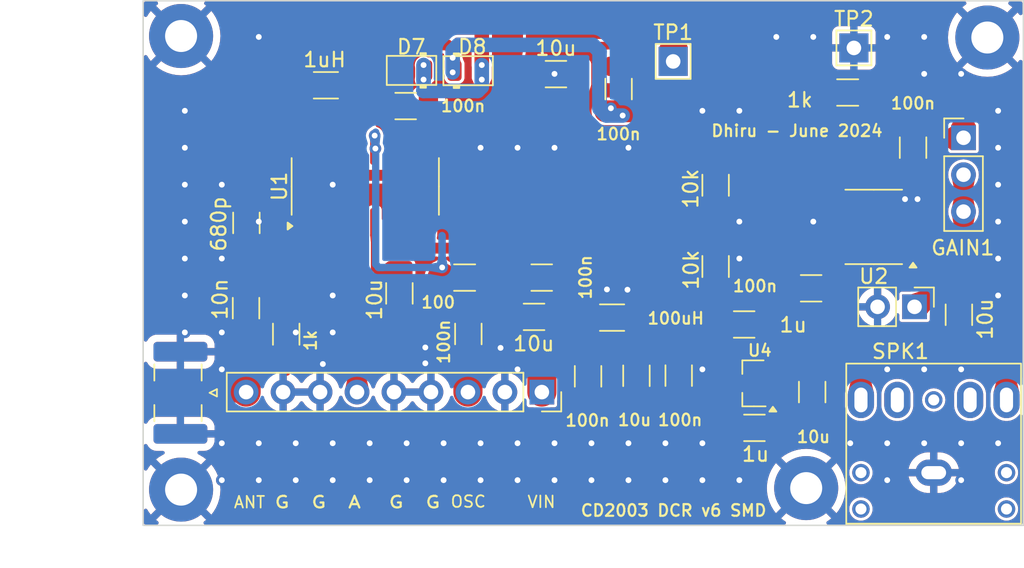
<source format=kicad_pcb>
(kicad_pcb (version 20241010) (generator "pcbnew") (generator_version "8.99")
  (layers (0 "F.Cu" signal) (2 "B.Cu" signal) (13 "F.Paste" user) (15 "B.Paste" user) (5 "F.SilkS" user) (7 "B.SilkS" user) (1 "F.Mask" user) (3 "B.Mask" user) (25 "Edge.Cuts" user) (39 "User.1" signal) (41 "User.2" signal) (43 "User.3" signal) (45 "User.4" signal) (47 "User.5" signal) (49 "User.6" signal) (51 "User.7" signal) (53 "User.8" signal) (55 "User.9" signal))
  (net 0 "")
  (net 1 "RX_OSC")
  (net 2 "+5V")
  (net 3 "Net-(U1-FM{slash}AM_SW)")
  (net 4 "Net-(D7-K)")
  (net 8 "GND")
  (net 10 "Net-(U1-AM_OSC)")
  (net 12 "RX_AUDIO")
  (net 13 "Net-(C11-Pad1)")
  (net 14 "Net-(C1-Pad2)")
  (net 15 "Net-(U2A-+)")
  (net 16 "Net-(U2A--)")
  (net 17 "+3.3V")
  (net 18 "Net-(U2B--)")
  (net 19 "5VCLEAN")
  (net 20 "Net-(J1-In)")
  (net 21 "Net-(J2-Pin_1)")
  (net 24 "Net-(U1-AGC)")
  (net 25 "Net-(C14-Pad2)")
  (net 26 "Net-(R1-Pad2)")
  (footprint "TestPoint:TestPoint_THTPad_2.0x2.0mm_Drill1.0mm" (layer "F.Cu") (at 81.46 47.64)
    (property "Reference" "TP1" (at 0 -1.998 0) (layer "F.SilkS"))
    (property "Value" "Debug_Audio" (hide yes))
    (pad "1" thru_hole rect (at 0 0) (size 2 2) (drill 1) (layers "*.Cu" "*.Mask") (net 14 "Net-(C1-Pad2)"))
  )
  (footprint "PCM_Diode_SMD_AKL:D_0805_2012Metric" (layer "F.Cu") (at 67.3725 48.278)
    (property "Reference" "D8" (at 0.2875 -1.638 0) (layer "F.SilkS"))
    (property "Value" "CD4148WS" (hide yes))
    (pad "1" smd roundrect (at -0.9375 0) (size 0.975 1.4) (layers "F.Cu" "F.Mask" "F.Paste") (net 19 "5VCLEAN"))
    (pad "2" smd roundrect (at 0.9375 0) (size 0.975 1.4) (layers "F.Cu" "F.Mask" "F.Paste") (net 4 "Net-(D7-K)"))
  )
  (footprint "Capacitor_SMD:C_1206_3216Metric_Pad1.33x1.80mm_HandSolder" (layer "F.Cu") (at 75.612 69.2955 -90)
    (property "Reference" "C5" (hide yes))
    (property "Value" "100n" (at 3.0345 0.032 180) (layer "F.SilkS") (effects (font (size 0.8 0.8))))
    (pad "1" smd roundrect (at -1.5625 0 270) (size 1.325 1.8) (layers "F.Cu" "F.Mask" "F.Paste") (roundrect_rratio 0.1886792453) (net 2 "+5V"))
    (pad "2" smd roundrect (at 1.5625 0 270) (size 1.325 1.8) (layers "F.Cu" "F.Mask" "F.Paste") (roundrect_rratio 0.1886792453) (net 8 "GND"))
  )
  (footprint "Connector_PinHeader_2.54mm:PinHeader_1x02_P2.54mm_Vertical" (layer "F.Cu") (at 98.044 64.516 -90)
    (property "Reference" "J2" (hide yes))
    (property "Value" "Conn_01x02" (hide yes))
    (pad "1" thru_hole rect (at 0 0 270) (size 1.7 1.7) (drill 1) (layers "*.Cu" "*.Mask") (net 21 "Net-(J2-Pin_1)"))
    (pad "2" thru_hole oval (at 0 2.54 270) (size 1.7 1.7) (drill 1) (layers "*.Cu" "*.Mask") (net 8 "GND"))
  )
  (footprint "Capacitor_SMD:C_1206_3216Metric_Pad1.33x1.80mm_HandSolder" (layer "F.Cu") (at 77.71 49.54 90)
    (property "Reference" "C8" (hide yes))
    (property "Value" "100n" (at -3.1 0 180) (layer "F.SilkS") (effects (font (size 0.8 0.8))))
    (pad "1" smd roundrect (at -1.5625 0 90) (size 1.325 1.8) (layers "F.Cu" "F.Mask" "F.Paste") (roundrect_rratio 0.1886792453) (net 19 "5VCLEAN"))
    (pad "2" smd roundrect (at 1.5625 0 90) (size 1.325 1.8) (layers "F.Cu" "F.Mask" "F.Paste") (roundrect_rratio 0.1886792453) (net 8 "GND"))
  )
  (footprint "Capacitor_SMD:C_1206_3216Metric_Pad1.33x1.80mm_HandSolder" (layer "F.Cu") (at 63.08 50.71 180)
    (property "Reference" "C10" (hide yes))
    (property "Value" "100n" (at -3.95 0 180) (layer "F.SilkS") (effects (font (size 0.8 0.8))))
    (pad "1" smd roundrect (at -1.5625 0 180) (size 1.325 1.8) (layers "F.Cu" "F.Mask" "F.Paste") (roundrect_rratio 0.1886792453) (net 8 "GND"))
    (pad "2" smd roundrect (at 1.5625 0 180) (size 1.325 1.8) (layers "F.Cu" "F.Mask" "F.Paste") (roundrect_rratio 0.1886792453) (net 3 "Net-(U1-FM{slash}AM_SW)"))
  )
  (footprint "Inductor_SMD:L_1206_3216Metric_Pad1.22x1.90mm_HandSolder" (layer "F.Cu") (at 57.6 49.28)
    (property "Reference" "L1" (hide yes))
    (property "Value" "1uH" (at -0.092 -1.758 0) (layer "F.SilkS"))
    (pad "1" smd roundrect (at -1.6625 0) (size 1.225 1.9) (layers "F.Cu" "F.Mask" "F.Paste") (roundrect_rratio 0.2040816327) (net 4 "Net-(D7-K)"))
    (pad "2" smd roundrect (at 1.6625 0) (size 1.225 1.9) (layers "F.Cu" "F.Mask" "F.Paste") (roundrect_rratio 0.2040816327) (net 19 "5VCLEAN"))
  )
  (footprint "Capacitor_SMD:C_1206_3216Metric_Pad1.33x1.80mm_HandSolder" (layer "F.Cu") (at 52.137 58.7455 90)
    (property "Reference" "C11" (hide yes))
    (property "Value" "680p" (at -0.0745 -1.897 90) (layer "F.SilkS"))
    (pad "1" smd roundrect (at -1.5625 0 90) (size 1.325 1.8) (layers "F.Cu" "F.Mask" "F.Paste") (roundrect_rratio 0.1886792453) (net 13 "Net-(C11-Pad1)"))
    (pad "2" smd roundrect (at 1.5625 0 90) (size 1.325 1.8) (layers "F.Cu" "F.Mask" "F.Paste") (roundrect_rratio 0.1886792453) (net 4 "Net-(D7-K)"))
  )
  (footprint "Capacitor_SMD:C_1206_3216Metric_Pad1.33x1.80mm_HandSolder" (layer "F.Cu") (at 71.8995 65.208 180)
    (property "Reference" "C6" (hide yes))
    (property "Value" "10u" (at 0.0175 -1.848 0) (layer "F.SilkS"))
    (pad "1" smd roundrect (at -1.5625 0 180) (size 1.325 1.8) (layers "F.Cu" "F.Mask" "F.Paste") (roundrect_rratio 0.1886792453) (net 2 "+5V"))
    (pad "2" smd roundrect (at 1.5625 0 180) (size 1.325 1.8) (layers "F.Cu" "F.Mask" "F.Paste") (roundrect_rratio 0.1886792453) (net 8 "GND"))
  )
  (footprint "Resistor_SMD:R_1206_3216Metric_Pad1.30x1.75mm_HandSolder" (layer "F.Cu") (at 67.13 62.506)
    (property "Reference" "R14" (hide yes))
    (property "Value" "100" (at -1.81 1.704 0) (layer "F.SilkS") (effects (font (size 0.8 0.8))))
    (pad "1" smd roundrect (at -1.55 0) (size 1.3 1.75) (layers "F.Cu" "F.Mask" "F.Paste") (roundrect_rratio 0.1923076923) (net 10 "Net-(U1-AM_OSC)"))
    (pad "2" smd roundrect (at 1.55 0) (size 1.3 1.75) (layers "F.Cu" "F.Mask" "F.Paste") (roundrect_rratio 0.1923076923) (net 19 "5VCLEAN"))
  )
  (footprint "Capacitor_SMD:C_1206_3216Metric_Pad1.33x1.80mm_HandSolder" (layer "F.Cu") (at 72.4285 62.506 180)
    (property "Reference" "C9" (hide yes))
    (property "Value" "100n" (at -3.0095 0.022 90) (layer "F.SilkS") (effects (font (size 0.8 0.8))))
    (pad "1" smd roundrect (at -1.5625 0 180) (size 1.325 1.8) (layers "F.Cu" "F.Mask" "F.Paste") (roundrect_rratio 0.1886792453) (net 19 "5VCLEAN"))
    (pad "2" smd roundrect (at 1.5625 0 180) (size 1.325 1.8) (layers "F.Cu" "F.Mask" "F.Paste") (roundrect_rratio 0.1886792453) (net 8 "GND"))
  )
  (footprint "MountingHole:MountingHole_2.2mm_M2_Pad" (layer "F.Cu") (at 90.6 76.984 180)
    (property "Reference" "H2" (hide yes))
    (property "Value" "MountingHole_Pad" (hide yes))
    (pad "1" thru_hole circle (at 0 0 180) (size 4.4 4.4) (drill 2.2) (layers "*.Cu" "*.Mask") (net 8 "GND"))
  )
  (footprint "MountingHole:MountingHole_2.2mm_M2_Pad" (layer "F.Cu") (at 47.649274 77.087274)
    (property "Reference" "H4" (hide yes))
    (property "Value" "MountingHole_Pad" (hide yes))
    (pad "1" thru_hole circle (at 0 0) (size 4.4 4.4) (drill 2.2) (layers "*.Cu" "*.Mask") (net 8 "GND"))
  )
  (footprint "Capacitor_SMD:C_1206_3216Metric_Pad1.33x1.80mm_HandSolder" (layer "F.Cu") (at 78.937 69.258 -90)
    (property "Reference" "C3" (hide yes))
    (property "Value" "10u" (at 3.04 0.127 180) (layer "F.SilkS") (effects (font (size 0.8 0.8))))
    (pad "1" smd roundrect (at -1.5625 0 270) (size 1.325 1.8) (layers "F.Cu" "F.Mask" "F.Paste") (roundrect_rratio 0.1886792453) (net 19 "5VCLEAN"))
    (pad "2" smd roundrect (at 1.5625 0 270) (size 1.325 1.8) (layers "F.Cu" "F.Mask" "F.Paste") (roundrect_rratio 0.1886792453) (net 8 "GND"))
  )
  (footprint "MountingHole:MountingHole_2.2mm_M2_Pad" (layer "F.Cu") (at 47.649274 45.892726 180)
    (property "Reference" "H1" (hide yes))
    (property "Value" "MountingHole_Pad" (hide yes))
    (pad "1" thru_hole circle (at 0 0 180) (size 4.4 4.4) (drill 2.2) (layers "*.Cu" "*.Mask") (net 8 "GND"))
  )
  (footprint "Capacitor_SMD:C_1206_3216Metric_Pad1.33x1.80mm_HandSolder" (layer "F.Cu") (at 86.3375 65.73 180)
    (property "Reference" "C19" (hide yes))
    (property "Value" "1u" (at -3.3725 -0.03 180) (layer "F.SilkS"))
    (pad "1" smd roundrect (at -1.5625 0 180) (size 1.325 1.8) (layers "F.Cu" "F.Mask" "F.Paste") (roundrect_rratio 0.188679) (net 17 "+3.3V"))
    (pad "2" smd roundrect (at 1.5625 0 180) (size 1.325 1.8) (layers "F.Cu" "F.Mask" "F.Paste") (roundrect_rratio 0.188679) (net 8 "GND"))
  )
  (footprint "Inductor_SMD:L_1206_3216Metric_Pad1.22x1.90mm_HandSolder" (layer "F.Cu") (at 77.262 65.258)
    (property "Reference" "L2" (hide yes))
    (property "Value" "100uH" (at 4.378 0.052 180) (layer "F.SilkS") (effects (font (size 0.8 0.8))))
    (pad "1" smd roundrect (at -1.6625 0) (size 1.225 1.9) (layers "F.Cu" "F.Mask" "F.Paste") (roundrect_rratio 0.2040816327) (net 2 "+5V"))
    (pad "2" smd roundrect (at 1.6625 0) (size 1.225 1.9) (layers "F.Cu" "F.Mask" "F.Paste") (roundrect_rratio 0.2040816327) (net 19 "5VCLEAN"))
  )
  (footprint "footprints:PinSocket_1x09_P2.54mm_Vertical_Custom" (layer "F.Cu") (at 72.438 70.38 -90)
    (property "Reference" "JP1" (hide yes))
    (property "Value" "Pin Header" (hide yes))
    (pad "1" thru_hole rect (at 0 0 270) (size 1.7 1.7) (drill 1) (layers "*.Cu" "*.Mask") (net 2 "+5V"))
    (pad "2" thru_hole oval (at 0 2.54 270) (size 1.7 1.7) (drill 1) (layers "*.Cu" "*.Mask") (net 8 "GND"))
    (pad "3" thru_hole oval (at 0 5.08 270) (size 1.7 1.7) (drill 1) (layers "*.Cu" "*.Mask") (net 1 "RX_OSC"))
    (pad "4" thru_hole oval (at 0 7.62 270) (size 1.7 1.7) (drill 1) (layers "*.Cu" "*.Mask") (net 8 "GND"))
    (pad "5" thru_hole oval (at 0 10.16 270) (size 1.7 1.7) (drill 1) (layers "*.Cu" "*.Mask") (net 8 "GND"))
    (pad "6" thru_hole oval (at 0 12.7 270) (size 1.7 1.7) (drill 1) (layers "*.Cu" "*.Mask") (net 12 "RX_AUDIO"))
    (pad "7" thru_hole oval (at 0 15.24 270) (size 1.7 1.7) (drill 1) (layers "*.Cu" "*.Mask") (net 8 "GND"))
    (pad "8" thru_hole oval (at 0 17.78 270) (size 1.7 1.7) (drill 1) (layers "*.Cu" "*.Mask") (net 8 "GND"))
    (pad "9" thru_hole oval (at 0 20.32 270) (size 1.7 1.7) (drill 1) (layers "*.Cu" "*.Mask") (net 20 "Net-(J1-In)"))
  )
  (footprint "Capacitor_SMD:C_1206_3216Metric_Pad1.33x1.80mm_HandSolder" (layer "F.Cu") (at 90.9395 63.243)
    (property "Reference" "C12" (hide yes))
    (property "Value" "100n" (at -3.8495 -0.153 180) (layer "F.SilkS") (effects (font (size 0.8 0.8))))
    (pad "1" smd roundrect (at -1.5625 0) (size 1.325 1.8) (layers "F.Cu" "F.Mask" "F.Paste") (roundrect_rratio 0.1886792453) (net 17 "+3.3V"))
    (pad "2" smd roundrect (at 1.5625 0) (size 1.325 1.8) (layers "F.Cu" "F.Mask" "F.Paste") (roundrect_rratio 0.1886792453) (net 8 "GND"))
  )
  (footprint "Capacitor_SMD:C_1206_3216Metric_Pad1.33x1.80mm_HandSolder" (layer "F.Cu") (at 97.942 53.57 90)
    (property "Reference" "C2" (hide yes))
    (property "Value" "100n" (at 3.048 0 180) (layer "F.SilkS") (effects (font (size 0.8 0.8))))
    (pad "1" smd roundrect (at -1.5625 0 90) (size 1.325 1.8) (layers "F.Cu" "F.Mask" "F.Paste") (roundrect_rratio 0.1886792453) (net 15 "Net-(U2A-+)"))
    (pad "2" smd roundrect (at 1.5625 0 90) (size 1.325 1.8) (layers "F.Cu" "F.Mask" "F.Paste") (roundrect_rratio 0.1886792453) (net 8 "GND"))
  )
  (footprint "Capacitor_SMD:C_1206_3216Metric_Pad1.33x1.80mm_HandSolder" (layer "F.Cu") (at 91.012 70.378 -90)
    (property "Reference" "C13" (hide yes))
    (property "Value" "10u" (at 3.082 -0.088 180) (layer "F.SilkS") (effects (font (size 0.8 0.8))))
    (pad "1" smd roundrect (at -1.5625 0 270) (size 1.325 1.8) (layers "F.Cu" "F.Mask" "F.Paste") (roundrect_rratio 0.1886792453) (net 17 "+3.3V"))
    (pad "2" smd roundrect (at 1.5625 0 270) (size 1.325 1.8) (layers "F.Cu" "F.Mask" "F.Paste") (roundrect_rratio 0.1886792453) (net 8 "GND"))
  )
  (footprint "TestPoint:TestPoint_THTPad_2.0x2.0mm_Drill1.0mm" (layer "F.Cu") (at 93.878 46.712)
    (property "Reference" "TP2" (at 0 -1.998 0) (layer "F.SilkS"))
    (property "Value" "GND" (hide yes))
    (pad "1" thru_hole rect (at 0 0) (size 2 2) (drill 1) (layers "*.Cu" "*.Mask") (net 8 "GND"))
  )
  (footprint "Capacitor_SMD:C_1206_3216Metric_Pad1.33x1.80mm_HandSolder" (layer "F.Cu") (at 52.112 64.608 -90)
    (property "Reference" "C17" (hide yes))
    (property "Value" "10n" (at -0.618 1.782 90) (layer "F.SilkS"))
    (pad "1" smd roundrect (at -1.5625 0 270) (size 1.325 1.8) (layers "F.Cu" "F.Mask" "F.Paste") (roundrect_rratio 0.1886792453) (net 13 "Net-(C11-Pad1)"))
    (pad "2" smd roundrect (at 1.5625 0 270) (size 1.325 1.8) (layers "F.Cu" "F.Mask" "F.Paste") (roundrect_rratio 0.1886792453) (net 20 "Net-(J1-In)"))
  )
  (footprint "Capacitor_SMD:C_1206_3216Metric_Pad1.33x1.80mm_HandSolder" (layer "F.Cu") (at 67.387 66.383 -90)
    (property "Reference" "C21" (hide yes))
    (property "Value" "100n" (at 0.537 1.687 90) (layer "F.SilkS") (effects (font (size 0.8 0.8))))
    (pad "1" smd roundrect (at -1.5625 0 270) (size 1.325 1.8) (layers "F.Cu" "F.Mask" "F.Paste") (roundrect_rratio 0.1886792453) (net 10 "Net-(U1-AM_OSC)"))
    (pad "2" smd roundrect (at 1.5625 0 270) (size 1.325 1.8) (layers "F.Cu" "F.Mask" "F.Paste") (roundrect_rratio 0.1886792453) (net 1 "RX_OSC"))
  )
  (footprint "Capacitor_SMD:C_1206_3216Metric_Pad1.33x1.80mm_HandSolder" (layer "F.Cu") (at 62.65 63.5925 -90)
    (property "Reference" "C16" (hide yes))
    (property "Value" "10u" (at 0.4275 1.71 90) (layer "F.SilkS"))
    (pad "1" smd roundrect (at -1.5625 0 270) (size 1.325 1.8) (layers "F.Cu" "F.Mask" "F.Paste") (roundrect_rratio 0.1886792453) (net 24 "Net-(U1-AGC)"))
    (pad "2" smd roundrect (at 1.5625 0 270) (size 1.325 1.8) (layers "F.Cu" "F.Mask" "F.Paste") (roundrect_rratio 0.1886792453) (net 8 "GND"))
  )
  (footprint "Connector_PinHeader_2.54mm:PinHeader_1x03_P2.54mm_Vertical" (layer "F.Cu") (at 101.41 52.89)
    (property "Reference" "GAIN1" (at -0.05 7.57 0) (layer "F.SilkS"))
    (property "Value" "100k")
    (pad "1" thru_hole rect (at 0 0) (size 1.7 1.7) (drill 1) (layers "*.Cu" "*.Mask") (net 16 "Net-(U2A--)"))
    (pad "2" thru_hole oval (at 0 2.54) (size 1.7 1.7) (drill 1) (layers "*.Cu" "*.Mask") (net 21 "Net-(J2-Pin_1)"))
    (pad "3" thru_hole oval (at 0 5.08) (size 1.7 1.7) (drill 1) (layers "*.Cu" "*.Mask") (net 21 "Net-(J2-Pin_1)"))
  )
  (footprint "Resistor_SMD:R_1206_3216Metric_Pad1.30x1.75mm_HandSolder" (layer "F.Cu") (at 54.872 66.398 -90)
    (property "Reference" "R13" (hide yes))
    (property "Value" "1k" (at 0.432 -1.678 90) (layer "F.SilkS") (effects (font (size 0.8 0.8))))
    (pad "1" smd roundrect (at -1.55 0 270) (size 1.3 1.75) (layers "F.Cu" "F.Mask" "F.Paste") (roundrect_rratio 0.1923076923) (net 13 "Net-(C11-Pad1)"))
    (pad "2" smd roundrect (at 1.55 0 270) (size 1.3 1.75) (layers "F.Cu" "F.Mask" "F.Paste") (roundrect_rratio 0.1923076923) (net 8 "GND"))
  )
  (footprint "Resistor_SMD:R_1206_3216Metric_Pad1.30x1.75mm_HandSolder" (layer "F.Cu") (at 84.376 61.744 90)
    (property "Reference" "R1" (hide yes))
    (property "Value" "10k" (at -0.226 -1.676 90) (layer "F.SilkS"))
    (pad "1" smd roundrect (at -1.55 0 90) (size 1.3 1.75) (layers "F.Cu" "F.Mask" "F.Paste") (roundrect_rratio 0.1923076923) (net 17 "+3.3V"))
    (pad "2" smd roundrect (at 1.55 0 90) (size 1.3 1.75) (layers "F.Cu" "F.Mask" "F.Paste") (roundrect_rratio 0.1923076923) (net 26 "Net-(R1-Pad2)"))
  )
  (footprint "Resistor_SMD:R_1206_3216Metric_Pad1.30x1.75mm_HandSolder" (layer "F.Cu") (at 93.45 49.778 180)
    (property "Reference" "Rin1" (hide yes))
    (property "Value" "1k" (at 3.29 -0.512 0) (layer "F.SilkS"))
    (pad "1" smd roundrect (at -1.55 0 180) (size 1.3 1.75) (layers "F.Cu" "F.Mask" "F.Paste") (roundrect_rratio 0.1923076923) (net 16 "Net-(U2A--)"))
    (pad "2" smd roundrect (at 1.55 0 180) (size 1.3 1.75) (layers "F.Cu" "F.Mask" "F.Paste") (roundrect_rratio 0.1923076923) (net 14 "Net-(C1-Pad2)"))
  )
  (footprint "Connector_Coaxial:SMA_Samtec_SMA-J-P-H-ST-EM1_EdgeMount" (layer "F.Cu") (at 47.352 70.428 180)
    (property "Reference" "J1" (hide yes))
    (property "Value" "SMA Edge Mount" (hide yes))
    (pad "1" smd roundrect (at 0 0 270) (size 1.27 3.2) (layers "F.Cu" "F.Mask") (roundrect_rratio 0.1968503937) (net 20 "Net-(J1-In)"))
    (pad "2" smd roundrect (at -0.25 -2.825 270) (size 1.35 3.7) (layers "F.Cu" "F.Mask") (roundrect_rratio 0.1851851852) (net 8 "GND"))
    (pad "2" smd roundrect (at -0.25 -2.825 270) (size 1.35 3.7) (layers "B.Cu" "B.Mask") (roundrect_rratio 0.1851851852) (net 8 "GND"))
    (pad "2" smd roundrect (at -0.25 2.825 270) (size 1.35 3.7) (layers "F.Cu" "F.Mask") (roundrect_rratio 0.1851851852) (net 8 "GND"))
    (pad "2" smd roundrect (at -0.25 2.825 270) (size 1.35 3.7) (layers "B.Cu" "B.Mask") (roundrect_rratio 0.1851851852) (net 8 "GND"))
  )
  (footprint "MountingHole:MountingHole_2.2mm_M2_Pad" (layer "F.Cu") (at 103.046 45.996)
    (property "Reference" "H3" (hide yes))
    (property "Value" "MountingHole_Pad" (hide yes))
    (pad "1" thru_hole circle (at 0 0) (size 4.4 4.4) (drill 2.2) (layers "*.Cu" "*.Mask") (net 8 "GND"))
  )
  (footprint "Capacitor_SMD:C_1206_3216Metric_Pad1.33x1.80mm_HandSolder" (layer "F.Cu") (at 73.406 48.514 180)
    (property "Reference" "C1" (hide yes))
    (property "Value" "10u" (at 0 1.778 0) (layer "F.SilkS"))
    (pad "1" smd roundrect (at -1.5625 0 180) (size 1.325 1.8) (layers "F.Cu" "F.Mask" "F.Paste") (roundrect_rratio 0.1886792453) (net 12 "RX_AUDIO"))
    (pad "2" smd roundrect (at 1.5625 0 180) (size 1.325 1.8) (layers "F.Cu" "F.Mask" "F.Paste") (roundrect_rratio 0.1886792453) (net 14 "Net-(C1-Pad2)"))
  )
  (footprint "Resistor_SMD:R_1206_3216Metric_Pad1.30x1.75mm_HandSolder" (layer "F.Cu") (at 84.376 56.156 90)
    (property "Reference" "R2" (hide yes))
    (property "Value" "10k" (at -0.234 -1.706 90) (layer "F.SilkS"))
    (pad "1" smd roundrect (at -1.55 0 90) (size 1.3 1.75) (layers "F.Cu" "F.Mask" "F.Paste") (roundrect_rratio 0.1923076923) (net 26 "Net-(R1-Pad2)"))
    (pad "2" smd roundrect (at 1.55 0 90) (size 1.3 1.75) (layers "F.Cu" "F.Mask" "F.Paste") (roundrect_rratio 0.1923076923) (net 8 "GND"))
  )
  (footprint "Package_TO_SOT_SMD:SOT-23_Handsoldering" (layer "F.Cu") (at 86.97 69.78 180)
    (property "Reference" "U4" (at -0.44 2.26 180) (layer "F.SilkS") (effects (font (size 0.8 0.8) (thickness 0.15) (bold yes))))
    (property "Value" "XC6206P332MR (662K)" (hide yes))
    (pad "1" smd roundrect (at -1.5 -0.95 180) (size 1.9 0.8) (layers "F.Cu" "F.Mask" "F.Paste") (net 8 "GND"))
    (pad "2" smd roundrect (at -1.5 0.95 180) (size 1.9 0.8) (layers "F.Cu" "F.Mask" "F.Paste") (net 17 "+3.3V"))
    (pad "3" smd roundrect (at 1.5 0 180) (size 1.9 0.8) (layers "F.Cu" "F.Mask" "F.Paste") (net 19 "5VCLEAN"))
  )
  (footprint "PCM_Diode_SMD_AKL:D_0805_2012Metric" (layer "F.Cu") (at 63.482 48.258 180)
    (property "Reference" "D7" (at 0.022 1.618 180) (layer "F.SilkS"))
    (property "Value" "CD4148WS" (hide yes))
    (pad "1" smd roundrect (at -0.9375 0 180) (size 0.975 1.4) (layers "F.Cu" "F.Mask" "F.Paste") (net 4 "Net-(D7-K)"))
    (pad "2" smd roundrect (at 0.9375 0 180) (size 0.975 1.4) (layers "F.Cu" "F.Mask" "F.Paste") (net 19 "5VCLEAN"))
  )
  (footprint "Capacitor_SMD:C_1206_3216Metric_Pad1.33x1.80mm_HandSolder" (layer "F.Cu") (at 87.0425 72.84)
    (property "Reference" "C18" (hide yes))
    (property "Value" "1u" (at 0.0775 1.81 180) (layer "F.SilkS"))
    (pad "1" smd roundrect (at -1.5625 0) (size 1.325 1.8) (layers "F.Cu" "F.Mask" "F.Paste") (roundrect_rratio 0.188679) (net 19 "5VCLEAN"))
    (pad "2" smd roundrect (at 1.5625 0) (size 1.325 1.8) (layers "F.Cu" "F.Mask" "F.Paste") (roundrect_rratio 0.188679) (net 8 "GND"))
  )
  (footprint "Capacitor_SMD:C_1206_3216Metric_Pad1.33x1.80mm_HandSolder" (layer "F.Cu") (at 81.84 69.2475 -90)
    (property "Reference" "C4" (hide yes))
    (property "Value" "100n" (at 3.052 -0.103 180) (layer "F.SilkS") (effects (font (size 0.8 0.8))))
    (pad "1" smd roundrect (at -1.5625 0 270) (size 1.325 1.8) (layers "F.Cu" "F.Mask" "F.Paste") (roundrect_rratio 0.1886792453) (net 19 "5VCLEAN"))
    (pad "2" smd roundrect (at 1.5625 0 270) (size 1.325 1.8) (layers "F.Cu" "F.Mask" "F.Paste") (roundrect_rratio 0.1886792453) (net 8 "GND"))
  )
  (footprint "Capacitor_SMD:C_1206_3216Metric_Pad1.33x1.80mm_HandSolder" (layer "F.Cu") (at 101.092 65.0625 -90)
    (property "Reference" "C14" (hide yes))
    (property "Value" "10u" (at 0.2975 -1.808 90) (layer "F.SilkS"))
    (pad "1" smd roundrect (at -1.5625 0 270) (size 1.325 1.8) (layers "F.Cu" "F.Mask" "F.Paste") (roundrect_rratio 0.1886792453) (net 21 "Net-(J2-Pin_1)"))
    (pad "2" smd roundrect (at 1.5625 0 270) (size 1.325 1.8) (layers "F.Cu" "F.Mask" "F.Paste") (roundrect_rratio 0.1886792453) (net 25 "Net-(C14-Pad2)"))
  )
  (footprint "Package_SO:SOP-16_3.9x9.9mm_P1.27mm" (layer "F.Cu") (at 60.305 56.2375 90)
    (property "Reference" "U1" (at 0 -5.9 90) (layer "F.SilkS"))
    (property "Value" "CD2003GB_GP")
    (pad "1" smd roundrect (at -2.5 -4.445 90) (size 2 0.6) (layers "F.Cu" "F.Mask" "F.Paste") (net 8 "GND"))
    (pad "2" smd roundrect (at -2.5 -3.175 90) (size 2 0.6) (layers "F.Cu" "F.Mask" "F.Paste") (net 8 "GND"))
    (pad "3" smd roundrect (at -2.5 -1.905 90) (size 2 0.6) (layers "F.Cu" "F.Mask" "F.Paste"))
    (pad "4" smd roundrect (at -2.5 -0.635 90) (size 2 0.6) (layers "F.Cu" "F.Mask" "F.Paste") (net 12 "RX_AUDIO"))
    (pad "5" smd roundrect (at -2.5 0.635 90) (size 2 0.6) (layers "F.Cu" "F.Mask" "F.Paste") (net 24 "Net-(U1-AGC)"))
    (pad "6" smd roundrect (at -2.5 1.905 90) (size 2 0.6) (layers "F.Cu" "F.Mask" "F.Paste") (net 19 "5VCLEAN"))
    (pad "7" smd roundrect (at -2.5 3.175 90) (size 2 0.6) (layers "F.Cu" "F.Mask" "F.Paste") (net 19 "5VCLEAN"))
    (pad "8" smd roundrect (at -2.5 4.445 90) (size 2 0.6) (layers "F.Cu" "F.Mask" "F.Paste"))
    (pad "9" smd roundrect (at 2.5 4.445 90) (size 2 0.6) (layers "F.Cu" "F.Mask" "F.Paste") (net 8 "GND"))
    (pad "10" smd roundrect (at 2.5 3.175 90) (size 2 0.6) (layers "F.Cu" "F.Mask" "F.Paste"))
    (pad "11" smd roundrect (at 2.5 1.905 90) (size 2 0.6) (layers "F.Cu" "F.Mask" "F.Paste"))
    (pad "12" smd roundrect (at 2.5 0.635 90) (size 2 0.6) (layers "F.Cu" "F.Mask" "F.Paste") (net 10 "Net-(U1-AM_OSC)"))
    (pad "13" smd roundrect (at 2.5 -0.635 90) (size 2 0.6) (layers "F.Cu" "F.Mask" "F.Paste"))
    (pad "14" smd roundrect (at 2.5 -1.905 90) (size 2 0.6) (layers "F.Cu" "F.Mask" "F.Paste") (net 3 "Net-(U1-FM{slash}AM_SW)"))
    (pad "15" smd roundrect (at 2.5 -3.175 90) (size 2 0.6) (layers "F.Cu" "F.Mask" "F.Paste") (net 19 "5VCLEAN"))
    (pad "16" smd roundrect (at 2.5 -4.445 90) (size 2 0.6) (layers "F.Cu" "F.Mask" "F.Paste") (net 4 "Net-(D7-K)"))
  )
  (footprint "footprints:PJ-307_Modded" (layer "F.Cu") (at 99.362 72.92 90)
    (property "Reference" "SPK1" (at 5.334 -2.286 180) (layer "F.SilkS"))
    (property "Value" "SPEAKER")
    (pad "" np_thru_hole circle (at -5.5 -5 90) (size 1.2 1.2) (drill 0.762) (layers "*.Cu" "*.Mask"))
    (pad "" np_thru_hole circle (at -5.5 5 90) (size 1.2 1.2) (drill 0.762) (layers "*.Cu" "*.Mask"))
    (pad "" np_thru_hole circle (at -3 -5 90) (size 1.2 1.2) (drill 0.762) (layers "*.Cu" "*.Mask"))
    (pad "" np_thru_hole circle (at -3 5 90) (size 1.2 1.2) (drill 0.762) (layers "*.Cu" "*.Mask"))
    (pad "" np_thru_hole circle (at 2 0 90) (size 1.2 1.2) (drill 0.762) (layers "*.Cu" "*.Mask"))
    (pad "R" thru_hole oval (at 2 -5 90) (size 2.5 1.8) (drill oval 1.7 0.9) (layers "*.Cu" "*.Mask") (net 25 "Net-(C14-Pad2)"))
    (pad "RN" thru_hole oval (at 2 -2.5 90) (size 2.5 1.8) (drill oval 1.7 0.9) (layers "*.Cu" "*.Mask"))
    (pad "S" thru_hole oval (at -3 0 180) (size 2.5 1.8) (drill oval 1.7 0.9) (layers "*.Cu" "*.Mask") (net 8 "GND"))
    (pad "T" thru_hole oval (at 2 5 90) (size 2.5 1.8) (drill oval 1.7 0.9) (layers "*.Cu" "*.Mask") (net 25 "Net-(C14-Pad2)"))
    (pad "TN" thru_hole oval (at 2 2.5 90) (size 2.5 1.8) (drill oval 1.7 0.9) (layers "*.Cu" "*.Mask"))
  )
  (footprint "Package_SO:SO-8_3.9x4.9mm_P1.27mm" (layer "F.Cu") (at 95.24 59.02 180)
    (property "Reference" "U2" (at 0 -3.4 180) (layer "F.SilkS"))
    (property "Value" "TS922ID")
    (pad "1" smd roundrect (at -2.575 -1.905 180) (size 1.75 0.6) (layers "F.Cu" "F.Mask" "F.Paste") (net 21 "Net-(J2-Pin_1)"))
    (pad "2" smd roundrect (at -2.575 -0.635 180) (size 1.75 0.6) (layers "F.Cu" "F.Mask" "F.Paste") (net 16 "Net-(U2A--)"))
    (pad "3" smd roundrect (at -2.575 0.635 180) (size 1.75 0.6) (layers "F.Cu" "F.Mask" "F.Paste") (net 15 "Net-(U2A-+)"))
    (pad "4" smd roundrect (at -2.575 1.905 180) (size 1.75 0.6) (layers "F.Cu" "F.Mask" "F.Paste") (net 8 "GND"))
    (pad "5" smd roundrect (at 2.575 1.905 180) (size 1.75 0.6) (layers "F.Cu" "F.Mask" "F.Paste") (net 15 "Net-(U2A-+)"))
    (pad "6" smd roundrect (at 2.575 0.635 180) (size 1.75 0.6) (layers "F.Cu" "F.Mask" "F.Paste") (net 18 "Net-(U2B--)"))
    (pad "7" smd roundrect (at 2.575 -0.635 180) (size 1.75 0.6) (layers "F.Cu" "F.Mask" "F.Paste") (net 18 "Net-(U2B--)"))
    (pad "8" smd roundrect (at 2.575 -1.905 180) (size 1.75 0.6) (layers "F.Cu" "F.Mask" "F.Paste") (net 17 "+3.3V"))
  )
  (gr_rect (start 45.042 43.466) (end 105.524 79.546) (stroke (width 0.1)) (fill none) (layer "Edge.Cuts"))
  (gr_text "G  G  A" (at 53.99 78.42 0) (layer "F.SilkS") (effects (font (size 0.8 1)) (justify left bottom)))
  (gr_text "OSC" (at 67.38 77.91 0) (layer "F.SilkS") (effects (font (size 0.8 0.8) (thickness 0.12))))
  (gr_text "CD2003 DCR v6 SMD" (at 75.03 78.99 0) (layer "F.SilkS") (effects (font (size 0.8 0.8)) (justify left bottom)))
  (gr_text "ANT" (at 52.352 77.956 0) (layer "F.SilkS") (effects (font (size 0.8 0.8) (thickness 0.12))))
  (gr_text "Dhiru - June 2024" (at 84 52.88 0) (layer "F.SilkS") (effects (font (size 0.8 0.8)) (justify left bottom)))
  (gr_text "G  G" (at 61.83 78.42 0) (layer "F.SilkS") (effects (font (size 0.8 1)) (justify left bottom)))
  (gr_text "VIN" (at 72.41 77.93 0) (layer "F.SilkS") (effects (font (size 0.8 0.8) (thickness 0.12))))
  (segment (start 67.358 70.38) (end 67.358 67.9745) (width 2) (layer "F.Cu") (net 1))
  (segment (start 75.612 67.733) (end 75.612 65.2705) (width 2) (layer "F.Cu") (net 2))
  (segment (start 72.438 70.38) (end 72.438 67.908) (width 2) (layer "F.Cu") (net 2))
  (segment (start 72.613 67.733) (end 72.438 67.908) (width 2) (layer "F.Cu") (net 2))
  (segment (start 75.612 67.733) (end 72.613 67.733) (width 2) (layer "F.Cu") (net 2))
  (segment (start 75.612 65.2705) (end 75.5995 65.258) (width 2) (layer "F.Cu") (net 2))
  (segment (start 75.5995 65.258) (end 73.512 65.258) (width 2) (layer "F.Cu") (net 2))
  (segment (start 58.47 51.76) (end 60.4675 51.76) (width 0.25) (layer "F.Cu") (net 3))
  (segment (start 58.4 51.83) (end 58.47 51.76) (width 0.25) (layer "F.Cu") (net 3))
  (segment (start 58.4 53.15) (end 58.4 51.83) (width 0.25) (layer "F.Cu") (net 3))
  (segment (start 60.4675 51.76) (end 61.5175 50.71) (width 0.25) (layer "F.Cu") (net 3))
  (segment (start 55.9375 49.28) (end 55.9375 45.7025) (width 1) (layer "F.Cu") (net 4))
  (segment (start 52.137 53.9505) (end 52.35 53.7375) (width 1) (layer "F.Cu") (net 4))
  (segment (start 55.86 53.15) (end 55.86 49.3575) (width 0.75) (layer "F.Cu") (net 4))
  (segment (start 56.336 45.304) (end 68.274 45.304) (width 1) (layer "F.Cu") (net 4))
  (segment (start 68.274 45.304) (end 68.31 45.34) (width 1) (layer "F.Cu") (net 4))
  (segment (start 52.137 57.183) (end 52.137 53.9505) (width 1) (layer "F.Cu") (net 4))
  (segment (start 68.31 45.34) (end 68.31 47.89) (width 1) (layer "F.Cu") (net 4))
  (segment (start 55.86 53.7375) (end 52.35 53.7375) (width 1) (layer "F.Cu") (net 4))
  (segment (start 55.9375 45.7025) (end 56.336 45.304) (width 1) (layer "F.Cu") (net 4))
  (via (at 68.31 48.89) (size 0.8) (drill 0.4) (layers "F.Cu" "B.Cu") (net 4))
  (via (at 64.31 48.89) (size 0.8) (drill 0.4) (layers "F.Cu" "B.Cu") (net 4))
  (via (at 64.31 47.89) (size 0.8) (drill 0.4) (layers "F.Cu" "B.Cu") (net 4))
  (via (at 68.31 47.89) (size 0.8) (drill 0.4) (layers "F.Cu" "B.Cu") (net 4))
  (segment (start 64.31 47.89) (end 64.31 49.66) (width 1) (layer "B.Cu") (net 4))
  (segment (start 68.31 49.39) (end 68.31 47.89) (width 1) (layer "B.Cu") (net 4))
  (segment (start 68.03 49.67) (end 68.31 49.39) (width 1) (layer "B.Cu") (net 4))
  (segment (start 64.31 48.89) (end 64.31 47.89) (width 1) (layer "B.Cu") (net 4))
  (segment (start 64.3 49.67) (end 68.03 49.67) (width 1) (layer "B.Cu") (net 4))
  (segment (start 64.31 49.66) (end 64.3 49.67) (width 1) (layer "B.Cu") (net 4))
  (segment (start 68.227 53.576) (end 64.9115 53.576) (width 0.75) (layer "F.Cu") (net 8))
  (segment (start 64.9115 53.576) (end 64.75 53.7375) (width 0.75) (layer "F.Cu") (net 8))
  (via (at 57.39 68.45) (size 0.8) (drill 0.4) (layers "F.Cu" "B.Cu") (net 8))
  (via (at 98.707 45.956) (size 0.8) (drill 0.4) (layers "F.Cu" "B.Cu") (net 8))
  (via (at 55.527 76.436) (size 0.8) (drill 0.4) (layers "F.Cu" "B.Cu") (net 8))
  (via (at 65.687 76.436) (size 0.8) (drill 0.4) (layers "F.Cu" "B.Cu") (net 8))
  (via (at 73.307 76.436) (size 0.8) (drill 0.4) (layers "F.Cu" "B.Cu") (net 8))
  (via (at 80.927 76.436) (size 0.8) (drill 0.4) (layers "F.Cu" "B.Cu") (net 8))
  (via (at 52.987 73.896) (size 0.8) (drill 0.4) (layers "F.Cu" "B.Cu") (net 8))
  (via (at 47.907 53.576) (size 0.8) (drill 0.4) (layers "F.Cu" "B.Cu") (net 8))
  (via (at 83.467 68.816) (size 0.8) (drill 0.4) (layers "F.Cu" "B.Cu") (net 8))
  (via (at 96.167 45.956) (size 0.8) (drill 0.4) (layers "F.Cu" "B.Cu") (net 8))
  (via (at 73.307 48.496) (size 0.8) (drill 0.4) (layers "F.Cu" "B.Cu") (net 8))
  (via (at 64.43 68.4) (size 0.8) (drill 0.4) (layers "F.Cu" "B.Cu") (net 8))
  (via (at 78.387 73.896) (size 0.8) (drill 0.4) (layers "F.Cu" "B.Cu") (net 8))
  (via (at 52.987 58.656) (size 0.8) (drill 0.4) (layers "F.Cu" "B.Cu") (net 8))
  (via (at 47.907 63.736) (size 0.8) (drill 0.4) (layers "F.Cu" "B.Cu") (net 8))
  (via (at 63.147 73.896) (size 0.8) (drill 0.4) (layers "F.Cu" "B.Cu") (net 8))
  (via (at 70.767 76.436) (size 0.8) (drill 0.4) (layers "F.Cu" "B.Cu") (net 8))
  (via (at 47.907 61.196) (size 0.8) (drill 0.4) (layers "F.Cu" "B.Cu") (net 8))
  (via (at 50.447 56.116) (size 0.8) (drill 0.4) (layers "F.Cu" "B.Cu") (net 8))
  (via (at 83.467 51.036) (size 0.8) (drill 0.4) (layers "F.Cu" "B.Cu") (net 8))
  (via (at 101.247 68.816) (size 0.8) (drill 0.4) (layers "F.Cu" "B.Cu") (net 8))
  (via (at 58.067 76.436) (size 0.8) (drill 0.4) (layers "F.Cu" "B.Cu") (net 8))
  (via (at 68.227 53.576) (size 0.8) (drill 0.4) (layers "F.Cu" "B.Cu") (net 8))
  (via (at 70.767 68.816) (size 0.8) (drill 0.4) (layers "F.Cu" "B.Cu") (net 8))
  (via (at 64.43 67.31) (size 0.8) (drill 0.4) (layers "F.Cu" "B.Cu") (net 8))
  (via (at 52.987 76.436) (size 0.8) (drill 0.4) (layers "F.Cu" "B.Cu") (net 8))
  (via (at 78.387 76.436) (size 0.8) (drill 0.4) (layers "F.Cu" "B.Cu") (net 8))
  (via (at 96.167 76.436) (size 0.8) (drill 0.4) (layers "F.Cu" "B.Cu") (net 8))
  (via (at 103.787 61.196) (size 0.8) (drill 0.4) (layers "F.Cu" "B.Cu") (net 8))
  (via (at 96.167 68.816) (size 0.8) (drill 0.4) (layers "F.Cu" "B.Cu") (net 8))
  (via (at 83.467 76.436) (size 0.8) (drill 0.4) (layers "F.Cu" "B.Cu") (net 8))
  (via (at 91.087 58.656) (size 0.8) (drill 0.4) (layers "F.Cu" "B.Cu") (net 8))
  (via (at 98.707 48.496) (size 0.8) (drill 0.4) (layers "F.Cu" "B.Cu") (net 8))
  (via (at 60.607 73.896) (size 0.8) (drill 0.4) (layers "F.Cu" "B.Cu") (net 8))
  (via (at 96.167 73.896) (size 0.8) (drill 0.4) (layers "F.Cu" "B.Cu") (net 8))
  (via (at 73.307 53.576) (size 0.8) (drill 0.4) (layers "F.Cu" "B.Cu") (net 8))
  (via (at 50.447 66.276) (size 0.8) (drill 0.4) (layers "F.Cu" "B.Cu") (net 8))
  (via (at 47.907 56.116) (size 0.8) (drill 0.4) (layers "F.Cu" "B.Cu") (net 8))
  (via (at 103.787 73.896) (size 0.8) (drill 0.4) (layers "F.Cu" "B.Cu") (net 8))
  (via (at 60.607 76.436) (size 0.8) (drill 0.4) (layers "F.Cu" "B.Cu") (net 8))
  (via (at 68.227 73.896) (size 0.8) (drill 0.4) (layers "F.Cu" "B.Cu") (net 8))
  (via (at 97.39 57.11) (size 0.8) (drill 0.4) (layers "F.Cu" "B.Cu") (net 8))
  (via (at 103.787 56.116) (size 0.8) (drill 0.4) (layers "F.Cu" "B.Cu") (net 8))
  (via (at 75.847 76.436) (size 0.8) (drill 0.4) (layers "F.Cu" "B.Cu") (net 8))
  (via (at 69.6 67.34) (size 0.8) (drill 0.4) (layers "F.Cu" "B.Cu") (net 8))
  (via (at 91.087 45.956) (size 0.8) (drill 0.4) (layers "F.Cu" "B.Cu") (net 8))
  (via (at 86.007 51.036) (size 0.8) (drill 0.4) (layers "F.Cu" "B.Cu") (net 8))
  (via (at 86.007 61.196) (size 0.8) (drill 0.4) (layers "F.Cu" "B.Cu") (net 8))
  (via (at 47.907 58.656) (size 0.8) (drill 0.4) (layers "F.Cu" "B.Cu") (net 8))
  (via (at 70.767 73.896) (size 0.8) (drill 0.4) (layers "F.Cu" "B.Cu") (net 8))
  (via (at 98.707 73.896) (size 0.8) (drill 0.4) (layers "F.Cu" "B.Cu") (net 8))
  (via (at 98.25 57.11) (size 0.8) (drill 0.4) (layers "F.Cu" "B.Cu") (net 8))
  (via (at 103.787 63.736) (size 0.8) (drill 0.4) (layers "F.Cu" "B.Cu") (net 8))
  (via (at 78.32 63.34) (size 0.8) (drill 0.4) (layers "F.Cu" "B.Cu") (net 8))
  (via (at 93.627 73.896) (size 0.8) (drill 0.4) (layers "F.Cu" "B.Cu") (net 8))
  (via (at 47.907 51.036) (size 0.8) (drill 0.4) (layers "F.Cu" "B.Cu") (net 8))
  (via (at 58.067 56.116) (size 0.8) (drill 0.4) (layers "F.Cu" "B.Cu") (net 8))
  (via (at 55.527 73.896) (size 0.8) (drill 0.4) (layers "F.Cu" "B.Cu") (net 8))
  (via (at 50.447 61.196) (size 0.8) (drill 0.4) (layers "F.Cu" "B.Cu") (net 8))
  (via (at 73.307 73.896) (size 0.8) (drill 0.4) (layers "F.Cu" "B.Cu") (net 8))
  (via (at 58.067 73.896) (size 0.8) (drill 0.4) (layers "F.Cu" "B.Cu") (net 8))
  (via (at 83.467 73.896) (size 0.8) (drill 0.4) (layers "F.Cu" "B.Cu") (net 8))
  (via (at 103.787 53.576) (size 0.8) (drill 0.4) (layers "F.Cu" "B.Cu") (net 8))
  (via (at 86.007 76.436) (size 0.8) (drill 0.4) (layers "F.Cu" "B.Cu") (net 8))
  (via (at 80.927 73.896) (size 0.8) (drill 0.4) (layers "F.Cu" "B.Cu") (net 8))
  (via (at 47.907 66.276) (size 0.8) (drill 0.4) (layers "F.Cu" "B.Cu") (net 8))
  (via (at 75.847 73.896) (size 0.8) (drill 0.4) (layers "F.Cu" "B.Cu") (net 8))
  (via (at 58.067 66.276) (size 0.8) (drill 0.4) (layers "F.Cu" "B.Cu") (net 8))
  (via (at 70.767 53.576) (size 0.8) (drill 0.4) (layers "F.Cu" "B.Cu") (net 8))
  (via (at 50.447 76.436) (size 0.8) (drill 0.4) (layers "F.Cu" "B.Cu") (net 8))
  (via (at 52.987 45.956) (size 0.8) (drill 0.4) (layers "F.Cu" "B.Cu") (net 8))
  (via (at 76.91 63.32) (size 0.8) (drill 0.4) (layers "F.Cu" "B.Cu") (net 8))
  (via (at 101.247 76.436) (size 0.8) (drill 0.4) (layers "F.Cu" "B.Cu") (net 8))
  (via (at 55.527 66.276) (size 0.8) (drill 0.4) (layers "F.Cu" "B.Cu") (net 8))
  (via (at 65.687 73.896) (size 0.8) (drill 0.4) (layers "F.Cu" "B.Cu") (net 8))
  (via (at 101.247 48.496) (size 0.8) (drill 0.4) (layers "F.Cu" "B.Cu") (net 8))
  (via (at 103.787 58.656) (size 0.8) (drill 0.4) (layers "F.Cu" "B.Cu") (net 8))
  (via (at 63.147 76.436) (size 0.8) (drill 0.4) (layers "F.Cu" "B.Cu") (net 8))
  (via (at 101.247 73.896) (size 0.8) (drill 0.4) (layers "F.Cu" "B.Cu") (net 8))
  (via (at 50.447 68.816) (size 0.8) (drill 0.4) (layers "F.Cu" "B.Cu") (net 8))
  (via (at 86.007 58.656) (size 0.8) (drill 0.4) (layers "F.Cu" "B.Cu") (net 8))
  (via (at 88.547 45.956) (size 0.8) (drill 0.4) (layers "F.Cu" "B.Cu") (net 8))
  (via (at 78.387 53.576) (size 0.8) (drill 0.4) (layers "F.Cu" "B.Cu") (net 8))
  (via (at 103.787 51.036) (size 0.8) (drill 0.4) (layers "F.Cu" "B.Cu") (net 8))
  (via (at 58.067 63.736) (size 0.8) (drill 0.4) (layers "F.Cu" "B.Cu") (net 8))
  (via (at 50.447 73.896) (size 0.8) (drill 0.4) (layers "F.Cu" "B.Cu") (net 8))
  (via (at 98.707 68.816) (size 0.8) (drill 0.4) (layers "F.Cu" "B.Cu") (net 8))
  (via (at 68.227 76.436) (size 0.8) (drill 0.4) (layers "F.Cu" "B.Cu") (net 8))
  (segment (start 65.587 62.808) (end 65.58 62.815) (width 2) (layer "F.Cu") (net 10))
  (segment (start 65.58 62.815) (end 65.58 64.251) (width 2) (layer "F.Cu") (net 10))
  (segment (start 65.58 64.251) (end 66.1495 64.8205) (width 2) (layer "F.Cu") (net 10))
  (segment (start 65.58 62.801) (end 65.587 62.808) (width 2) (layer "F.Cu") (net 10))
  (segment (start 65.58 62.506) (end 65.58 62.801) (width 2) (layer "F.Cu") (net 10))
  (segment (start 66.1495 64.8205) (end 67.387 64.8205) (width 2) (layer "F.Cu") (net 10))
  (via (at 65.587 61.808) (size 0.8) (drill 0.4) (layers "F.Cu" "B.Cu") (net 10))
  (via (at 60.95 52.74) (size 0.8) (drill 0.4) (layers "F.Cu" "B.Cu") (net 10))
  (via (at 61 53.63) (size 0.8) (drill 0.4) (layers "F.Cu" "B.Cu") (net 10))
  (segment (start 65.58 59.62) (end 65.58 61.815) (width 0.5) (layer "B.Cu") (net 10))
  (segment (start 61.5 61.81) (end 61.19 61.81) (width 0.5) (layer "B.Cu") (net 10))
  (segment (start 65.58 59.62) (end 65.58 61.801) (width 0.5) (layer "B.Cu") (net 10))
  (segment (start 65.58 61.236) (end 65.58 61.801) (width 0.5) (layer "B.Cu") (net 10))
  (segment (start 65.585 61.81) (end 61.5 61.81) (width 0.5) (layer "B.Cu") (net 10))
  (segment (start 61.24 61.81) (end 61.02 61.59) (width 0.5) (layer "B.Cu") (net 10))
  (segment (start 61.02 61.59) (end 61.02 52.5) (width 0.5) (layer "B.Cu") (net 10))
  (segment (start 65.587 61.808) (end 65.585 61.81) (width 0.5) (layer "B.Cu") (net 10))
  (segment (start 61.5 61.81) (end 61.24 61.81) (width 0.5) (layer "B.Cu") (net 10))
  (segment (start 65.58 61.815) (end 65.587 61.808) (width 0.5) (layer "B.Cu") (net 10))
  (segment (start 65.58 61.801) (end 65.587 61.808) (width 0.5) (layer "B.Cu") (net 10))
  (segment (start 59.67 58.7375) (end 59.738 58.8055) (width 0.75) (layer "F.Cu") (net 12))
  (segment (start 74.9685 55.0215) (end 74.52 55.47) (width 0.75) (layer "F.Cu") (net 12))
  (segment (start 60.06 55.47) (end 59.74 55.79) (width 0.75) (layer "F.Cu") (net 12))
  (segment (start 59.74 58.8035) (end 59.738 58.8055) (width 0.75) (layer "F.Cu") (net 12))
  (segment (start 59.738 70.38) (end 59.738 58.8055) (width 1) (layer "F.Cu") (net 12))
  (segment (start 59.74 55.79) (end 59.74 58.8035) (width 0.75) (layer "F.Cu") (net 12))
  (segment (start 74.9685 48.514) (end 74.9685 55.0215) (width 0.75) (layer "F.Cu") (net 12))
  (segment (start 74.52 55.47) (end 60.06 55.47) (width 0.75) (layer "F.Cu") (net 12))
  (segment (start 54.3895 63.0455) (end 52.112 63.0455) (width 1) (layer "F.Cu") (net 13))
  (segment (start 54.872 64.848) (end 54.872 63.528) (width 1) (layer "F.Cu") (net 13))
  (segment (start 54.872 63.528) (end 54.3895 63.0455) (width 1) (layer "F.Cu") (net 13))
  (segment (start 52.137 63.0205) (end 52.112 63.0455) (width 2) (layer "F.Cu") (net 13))
  (segment (start 52.137 60.308) (end 52.137 63.0205) (width 2) (layer "F.Cu") (net 13))
  (segment (start 81.56 45.593) (end 85.863 45.593) (width 1) (layer "F.Cu") (net 14))
  (segment (start 81.56 47.54) (end 81.56 45.593) (width 1) (layer "F.Cu") (net 14))
  (segment (start 81.46 47.64) (end 81.56 47.54) (width 1) (layer "F.Cu") (net 14))
  (segment (start 86.63 49.778) (end 91.9 49.778) (width 1) (layer "F.Cu") (net 14))
  (segment (start 86.44 46.17) (end 86.44 49.588) (width 1) (layer "F.Cu") (net 14))
  (segment (start 86.44 49.588) (end 86.63 49.778) (width 1) (layer "F.Cu") (net 14))
  (segment (start 72.152 45.593) (end 80.26 45.593) (width 1) (layer "F.Cu") (net 14))
  (segment (start 71.8435 48.514) (end 71.8435 45.9015) (width 1) (layer "F.Cu") (net 14))
  (segment (start 85.863 45.593) (end 86.44 46.17) (width 1) (layer "F.Cu") (net 14))
  (segment (start 80.26 45.593) (end 81.56 45.593) (width 1) (layer "F.Cu") (net 14))
  (segment (start 71.8435 45.9015) (end 72.152 45.593) (width 1) (layer "F.Cu") (net 14))
  (segment (start 92.665 55.465) (end 92.665 57.115) (width 1) (layer "F.Cu") (net 15))
  (segment (start 96.37 55.263) (end 92.867 55.263) (width 1) (layer "F.Cu") (net 15))
  (segment (start 94.295 57.115) (end 95.565 58.385) (width 0.5) (layer "F.Cu") (net 15))
  (segment (start 92.665 57.115) (end 94.295 57.115) (width 0.5) (layer "F.Cu") (net 15))
  (segment (start 92.867 55.263) (end 92.665 55.465) (width 1) (layer "F.Cu") (net 15))
  (segment (start 95.565 58.385) (end 97.815 58.385) (width 0.5) (layer "F.Cu") (net 15))
  (segment (start 96.37 55.263) (end 98.0075 55.263) (width 1) (layer "F.Cu") (net 15))
  (segment (start 99.97 52.89) (end 99.58 53.28) (width 0.75) (layer "F.Cu") (net 16))
  (segment (start 101.41 50.96) (end 101.41 52.89) (width 0.75) (layer "F.Cu") (net 16))
  (segment (start 101.41 52.89) (end 99.97 52.89) (width 0.75) (layer "F.Cu") (net 16))
  (segment (start 99.58 59.31) (end 99.58 53.28) (width 0.5) (layer "F.Cu") (net 16))
  (segment (start 95 49.778) (end 100.228 49.778) (width 0.75) (layer "F.Cu") (net 16))
  (segment (start 100.228 49.778) (end 101.41 50.96) (width 0.75) (layer "F.Cu") (net 16))
  (segment (start 99.235 59.655) (end 99.58 59.31) (width 0.5) (layer "F.Cu") (net 16))
  (segment (start 97.815 59.655) (end 99.235 59.655) (width 0.5) (layer "F.Cu") (net 16))
  (segment (start 89.202 68.818) (end 91.0095 68.818) (width 1) (layer "F.Cu") (net 17))
  (segment (start 89.377 61.328) (end 89.78 60.925) (width 0.5) (layer "F.Cu") (net 17))
  (segment (start 89.3695 65.8) (end 89.3695 68.6505) (width 1) (layer "F.Cu") (net 17))
  (segment (start 88.47 68.83) (end 90.9975 68.83) (width 1) (layer "F.Cu") (net 17))
  (segment (start 87.9 65.73) (end 89.2995 65.73) (width 1) (layer "F.Cu") (net 17))
  (segment (start 84.376 63.294) (end 87.528 63.294) (width 0.75) (layer "F.Cu") (net 17))
  (segment (start 89.377 63.243) (end 89.377 61.328) (width 0.5) (layer "F.Cu") (net 17))
  (segment (start 89.3695 68.6505) (end 89.202 68.818) (width 1) (layer "F.Cu") (net 17))
  (segment (start 89.2995 65.73) (end 89.3695 65.8) (width 1) (layer "F.Cu") (net 17))
  (segment (start 89.78 60.925) (end 92.665 60.925) (width 0.5) (layer "F.Cu") (net 17))
  (segment (start 87.528 63.294) (end 89.326 63.294) (width 0.75) (layer "F.Cu") (net 17))
  (segment (start 89.3695 63.2505) (end 89.3695 65.8) (width 1) (layer "F.Cu") (net 17))
  (segment (start 92.665 59.655) (end 92.665 58.385) (width 0.5) (layer "F.Cu") (net 18))
  (segment (start 65.944 46.504) (end 66.31 46.87) (width 0.75) (layer "F.Cu") (net 19))
  (segment (start 74.277 62.22) (end 81.027 62.22) (width 1) (layer "F.Cu") (net 19))
  (segment (start 85.48 69.79) (end 85.47 69.78) (width 1) (layer "F.Cu") (net 19))
  (segment (start 62.36 60.48) (end 62.21 60.33) (width 0.75) (layer "F.Cu") (net 19))
  (segment (start 59.05 50.91) (end 57.49 50.91) (width 0.75) (layer "F.Cu") (net 19))
  (segment (start 57.49 50.91) (end 57.13 51.27) (width 0.75) (layer "F.Cu") (net 19))
  (segment (start 80.687 65.258) (end 81.027 64.918) (width 1.5) (layer "F.Cu") (net 19))
  (segment (start 81.037 58.87) (end 81.037 64.908) (width 1.5) (layer "F.Cu") (net 19))
  (segment (start 81.037 58.87) (end 81.037 51.537) (width 1.5) (layer "F.Cu") (net 19))
  (segment (start 78.9245 67.683) (end 78.937 67.6955) (width 1.5) (layer "F.Cu") (net 19))
  (segment (start 63.48 58.7375) (end 63.48 60.42) (width 0.75) (layer "F.Cu") (net 19))
  (segment (start 59.2625 49.28) (end 59.2625 50.6975) (width 0.75) (layer "F.Cu") (net 19))
  (segment (start 81.732 67.6355) (end 78.997 67.6355) (width 1) (layer "F.Cu") (net 19))
  (segment (start 80.93 51.43) (end 80.57 51.07) (width 1.5) (layer "F.Cu") (net 19))
  (segment (start 57.13 51.27) (end 57.13 53.15) (width 0.75) (layer "F.Cu") (net 19))
  (segment (start 66.31 46.87) (end 66.31 48.39) (width 0.75) (layer "F.Cu") (net 19))
  (segment (start 63.42 60.48) (end 62.36 60.48) (width 0.75) (layer "F.Cu") (net 19))
  (segment (start 78.9245 65.258) (end 78.9245 67.683) (width 1.5) (layer "F.Cu") (net 19))
  (segment (start 62.5445 48.258) (end 62.5445 46.7695) (width 1) (layer "F.Cu") (net 19))
  (segment (start 68.622 59.068) (end 68.622 60.48) (width 1) (layer "F.Cu") (net 19))
  (segment (start 59.2625 50.6975) (end 59.05 50.91) (width 0.75) (layer "F.Cu") (net 19))
  (segment (start 62.21 60.33) (end 62.21 58.7375) (width 0.75) (layer "F.Cu") (net 19))
  (segment (start 68.622 60.48) (end 63.42 60.48) (width 0.75) (layer "F.Cu") (net 19))
  (segment (start 80.57 51.07) (end 76.8 51.07) (width 1.5) (layer "F.Cu") (net 19))
  (segment (start 81.732 67.6355) (end 85.3545 67.6355) (width 1) (layer "F.Cu") (net 19))
  (segment (start 78.9245 65.258) (end 80.687 65.258) (width 1.5) (layer "F.Cu") (net 19))
  (segment (start 59.2625 46.9015) (end 59.66 46.504) (width 0.75) (layer "F.Cu") (net 19))
  (segment (start 85.48 72.84) (end 85.48 69.79) (width 1) (layer "F.Cu") (net 19))
  (segment (start 73.991 62.506) (end 74.277 62.22) (width 1) (layer "F.Cu") (net 19))
  (segment (start 68.622 59.068) (end 80.839 59.068) (width 1) (layer "F.Cu") (net 19))
  (segment (start 80.839 59.068) (end 81.037 58.87) (width 1) (layer "F.Cu") (net 19))
  (segment (start 59.66 46.504) (end 65.944 46.504) (width 0.75) (layer "F.Cu") (net 19))
  (segment (start 68.622 60.48) (end 68.622 62.448) (width 1) (layer "F.Cu") (net 19))
  (segment (start 59.2625 49.28) (end 59.2625 46.9015) (width 0.75) (layer "F.Cu") (net 19))
  (segment (start 81.027 62.22) (end 81.027 64.918) (width 1) (layer "F.Cu") (net 19))
  (segment (start 81.037 51.537) (end 80.93 51.43) (width 1.5) (layer "F.Cu") (net 19))
  (segment (start 85.47 67.751) (end 85.47 69.78) (width 1) (layer "F.Cu") (net 19))
  (segment (start 85.3545 67.6355) (end 85.47 67.751) (width 1) (layer "F.Cu") (net 19))
  (segment (start 63.48 60.42) (end 63.42 60.48) (width 0.75) (layer "F.Cu") (net 19))
  (via (at 77.18 50.86) (size 0.8) (drill 0.4) (layers "F.Cu" "B.Cu") (net 19))
  (via (at 66.31 48.39) (size 0.8) (drill 0.4) (layers "F.Cu" "B.Cu") (net 19))
  (via (at 66.31 47.39) (size 0.8) (drill 0.4) (layers "F.Cu" "B.Cu") (net 19))
  (via (at 77.99 51.36) (size 0.8) (drill 0.4) (layers "F.Cu" "B.Cu") (net 19))
  (segment (start 76.4 49.72) (end 76.4 50.88) (width 1) (layer "B.Cu") (net 19))
  (segment (start 75.944 46.504) (end 76.4 46.96) (width 1) (layer "B.Cu") (net 19))
  (segment (start 76.4 50.88) (end 76.88 51.36) (width 1) (layer "B.Cu") (net 19))
  (segment (start 66.696 46.504) (end 75.944 46.504) (width 1) (layer "B.Cu") (net 19))
  (segment (start 76.4 48.96) (end 76.4 49.72) (width 1) (layer "B.Cu") (net 19))
  (segment (start 76.88 51.36) (end 77.99 51.36) (width 1) (layer "B.Cu") (net 19))
  (segment (start 76.4 46.96) (end 76.4 48.96) (width 1) (layer "B.Cu") (net 19))
  (segment (start 66.31 46.89) (end 66.31 48.39) (width 1) (layer "B.Cu") (net 19))
  (segment (start 66.696 46.504) (end 66.31 46.89) (width 1) (layer "B.Cu") (net 19))
  (segment (start 76.4 48.96) (end 76.4 50.88) (width 1) (layer "B.Cu") (net 19))
  (segment (start 52.118 70.38) (end 52.118 66.1765) (width 2) (layer "F.Cu") (net 20))
  (segment (start 47.152 70.428) (end 52.07 70.428) (width 1) (layer "F.Cu") (net 20))
  (segment (start 52.118 66.1765) (end 52.112 66.1705) (width 2) (layer "F.Cu") (net 20))
  (segment (start 101.315 60.925) (end 101.41 60.83) (width 0.5) (layer "F.Cu") (net 21))
  (segment (start 101.41 57.97) (end 101.41 55.43) (width 1) (layer "F.Cu") (net 21))
  (segment (start 97.815 60.925) (end 101.315 60.925) (width 0.5) (layer "F.Cu") (net 21))
  (segment (start 101.41 63.182) (end 101.092 63.5) (width 1) (layer "F.Cu") (net 21))
  (segment (start 101.092 63.5) (end 99.06 63.5) (width 1) (layer "F.Cu") (net 21))
  (segment (start 100.652 63.06) (end 101.092 63.5) (width 0.75) (layer "F.Cu") (net 21))
  (segment (start 101.41 57.97) (end 101.41 60.35) (width 1) (layer "F.Cu") (net 21))
  (segment (start 101.41 60.35) (end 101.41 60.83) (width 1) (layer "F.Cu") (net 21))
  (segment (start 101.41 60.83) (end 101.41 63.182) (width 1) (layer "F.Cu") (net 21))
  (segment (start 99.06 63.5) (end 98.044 64.516) (width 1) (layer "F.Cu") (net 21))
  (segment (start 60.94 61.84) (end 61.13 62.03) (width 0.5) (layer "F.Cu") (net 24))
  (segment (start 60.94 59.325) (end 60.94 61.84) (width 0.5) (layer "F.Cu") (net 24))
  (segment (start 61.13 62.03) (end 62.65 62.03) (width 0.5) (layer "F.Cu") (net 24))
  (segment (start 100.632 66.6085) (end 94.7515 66.6085) (width 1) (layer "F.Cu") (net 25))
  (segment (start 94.362 66.998) (end 94.7515 66.6085) (width 1) (layer "F.Cu") (net 25))
  (segment (start 104.1495 66.6085) (end 100.632 66.6085) (width 1) (layer "F.Cu") (net 25))
  (segment (start 104.362 70.92) (end 104.362 66.821) (width 1) (layer "F.Cu") (net 25))
  (segment (start 94.362 70.92) (end 94.362 66.998) (width 1) (layer "F.Cu") (net 25))
  (segment (start 104.362 66.821) (end 104.1495 66.6085) (width 1) (layer "F.Cu") (net 25))
  (segment (start 84.376 57.706) (end 84.376 60.194) (width 1) (layer "F.Cu") (net 26))
  (zone (net 8) (net_name "GND") (layer "F.Cu") (connect_pads (clearance 0.2)) (min_thickness 0.25) (fill yes (thermal_gap 0.5) (thermal_bridge_width 0.5))
    (polygon (pts (xy 45.006 43.456) (xy 45.006 79.524) (xy 105.458 79.524) (xy 105.458 43.456)))
  )
  (zone (net 8) (net_name "GND") (layer "B.Cu") (priority 1) (connect_pads (clearance 0.2)) (min_thickness 0.25) (fill yes (thermal_gap 0.5) (thermal_bridge_width 0.5))
    (polygon (pts (xy 45.006 43.456) (xy 45.006 79.524) (xy 105.458 79.524) (xy 105.458 43.456)))
  )
)
</source>
